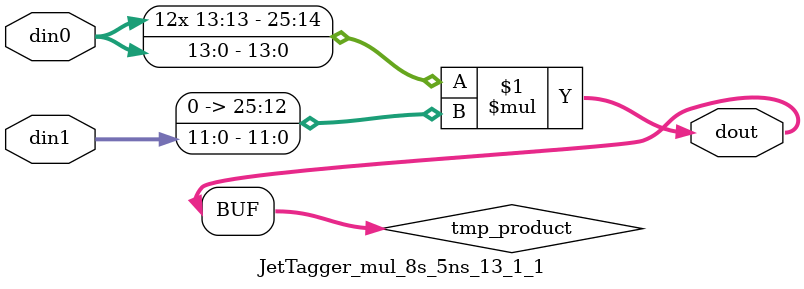
<source format=v>

`timescale 1 ns / 1 ps

  (* use_dsp = "no" *)  module JetTagger_mul_8s_5ns_13_1_1(din0, din1, dout);
parameter ID = 1;
parameter NUM_STAGE = 0;
parameter din0_WIDTH = 14;
parameter din1_WIDTH = 12;
parameter dout_WIDTH = 26;

input [din0_WIDTH - 1 : 0] din0; 
input [din1_WIDTH - 1 : 0] din1; 
output [dout_WIDTH - 1 : 0] dout;

wire signed [dout_WIDTH - 1 : 0] tmp_product;












assign tmp_product = $signed(din0) * $signed({1'b0, din1});









assign dout = tmp_product;







endmodule

</source>
